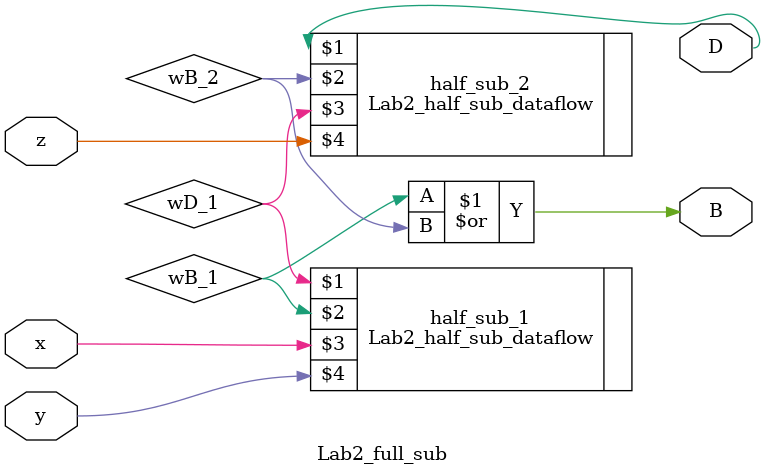
<source format=v>
module Lab2_full_sub(output D, B, input x, y, z);

	wire wD_1, wB_1, wB_2;

	Lab2_half_sub_dataflow half_sub_1(wD_1, wB_1, x, y);
	Lab2_half_sub_dataflow half_sub_2(D, wB_2, wD_1, z);
	or
		G_or_1(B, wB_1, wB_2);

endmodule

</source>
